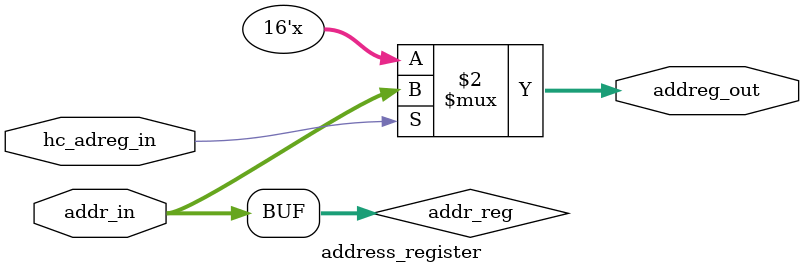
<source format=v>
module address_register#(parameter size=16)(
input hc_adreg_in,
input [size-1:0]addr_in,
output [size-1:0]addreg_out);
reg[size-1:0]addr_reg;
always@(addr_in)
addr_reg=addr_in;
assign addreg_out=hc_adreg_in?addr_reg:{size{1'bz}};
endmodule

</source>
